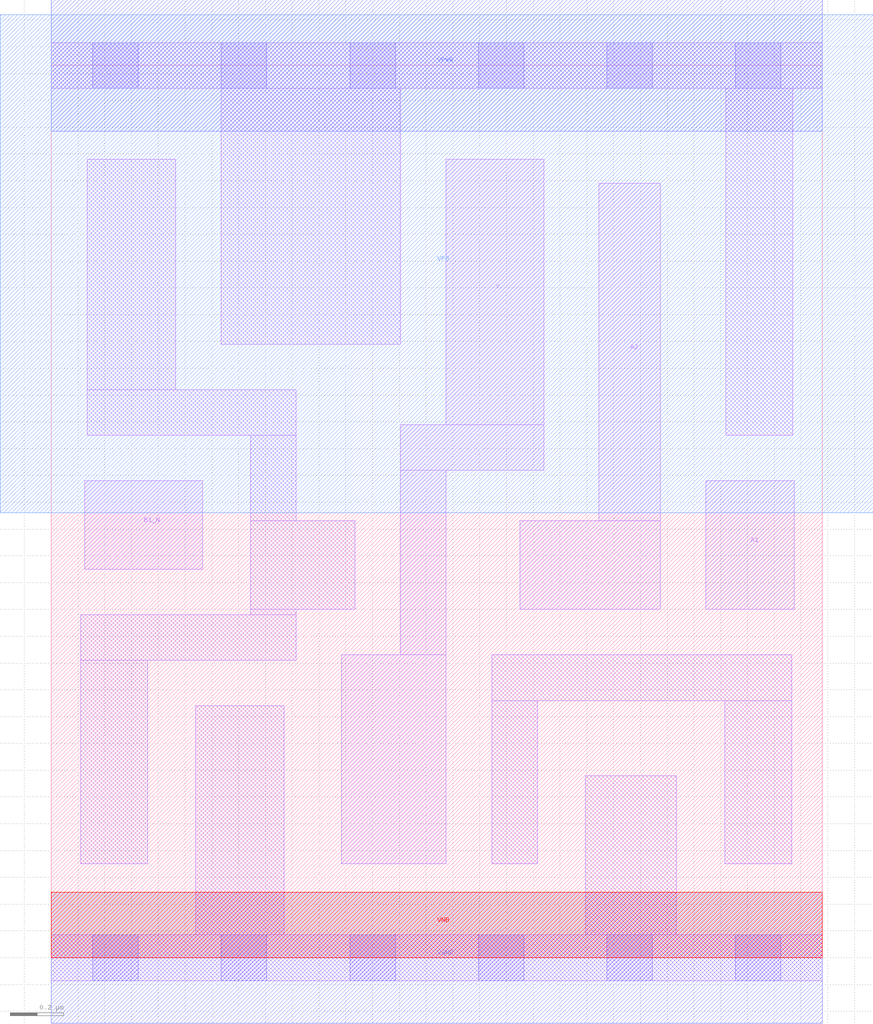
<source format=lef>
# Copyright 2020 The SkyWater PDK Authors
#
# Licensed under the Apache License, Version 2.0 (the "License");
# you may not use this file except in compliance with the License.
# You may obtain a copy of the License at
#
#     https://www.apache.org/licenses/LICENSE-2.0
#
# Unless required by applicable law or agreed to in writing, software
# distributed under the License is distributed on an "AS IS" BASIS,
# WITHOUT WARRANTIES OR CONDITIONS OF ANY KIND, either express or implied.
# See the License for the specific language governing permissions and
# limitations under the License.
#
# SPDX-License-Identifier: Apache-2.0

VERSION 5.7 ;
  NOWIREEXTENSIONATPIN ON ;
  DIVIDERCHAR "/" ;
  BUSBITCHARS "[]" ;
MACRO sky130_fd_sc_ls__o21bai_1
  CLASS CORE ;
  FOREIGN sky130_fd_sc_ls__o21bai_1 ;
  ORIGIN  0.000000  0.000000 ;
  SIZE  2.880000 BY  3.330000 ;
  SYMMETRY X Y ;
  SITE unit ;
  PIN A1
    ANTENNAGATEAREA  0.279000 ;
    DIRECTION INPUT ;
    USE SIGNAL ;
    PORT
      LAYER li1 ;
        RECT 2.445000 1.300000 2.775000 1.780000 ;
    END
  END A1
  PIN A2
    ANTENNAGATEAREA  0.279000 ;
    DIRECTION INPUT ;
    USE SIGNAL ;
    PORT
      LAYER li1 ;
        RECT 1.750000 1.300000 2.275000 1.630000 ;
        RECT 2.045000 1.630000 2.275000 2.890000 ;
    END
  END A2
  PIN B1_N
    ANTENNAGATEAREA  0.208500 ;
    DIRECTION INPUT ;
    USE SIGNAL ;
    PORT
      LAYER li1 ;
        RECT 0.125000 1.450000 0.565000 1.780000 ;
    END
  END B1_N
  PIN Y
    ANTENNADIFFAREA  0.543200 ;
    DIRECTION OUTPUT ;
    USE SIGNAL ;
    PORT
      LAYER li1 ;
        RECT 1.085000 0.350000 1.475000 1.130000 ;
        RECT 1.305000 1.130000 1.475000 1.820000 ;
        RECT 1.305000 1.820000 1.840000 1.990000 ;
        RECT 1.475000 1.990000 1.840000 2.980000 ;
    END
  END Y
  PIN VGND
    DIRECTION INOUT ;
    SHAPE ABUTMENT ;
    USE GROUND ;
    PORT
      LAYER met1 ;
        RECT 0.000000 -0.245000 2.880000 0.245000 ;
    END
  END VGND
  PIN VNB
    DIRECTION INOUT ;
    USE GROUND ;
    PORT
      LAYER pwell ;
        RECT 0.000000 0.000000 2.880000 0.245000 ;
    END
  END VNB
  PIN VPB
    DIRECTION INOUT ;
    USE POWER ;
    PORT
      LAYER nwell ;
        RECT -0.190000 1.660000 3.070000 3.520000 ;
    END
  END VPB
  PIN VPWR
    DIRECTION INOUT ;
    SHAPE ABUTMENT ;
    USE POWER ;
    PORT
      LAYER met1 ;
        RECT 0.000000 3.085000 2.880000 3.575000 ;
    END
  END VPWR
  OBS
    LAYER li1 ;
      RECT 0.000000 -0.085000 2.880000 0.085000 ;
      RECT 0.000000  3.245000 2.880000 3.415000 ;
      RECT 0.110000  0.350000 0.360000 1.110000 ;
      RECT 0.110000  1.110000 0.915000 1.280000 ;
      RECT 0.135000  1.950000 0.915000 2.120000 ;
      RECT 0.135000  2.120000 0.465000 2.980000 ;
      RECT 0.540000  0.085000 0.870000 0.940000 ;
      RECT 0.635000  2.290000 1.305000 3.245000 ;
      RECT 0.745000  1.280000 0.915000 1.300000 ;
      RECT 0.745000  1.300000 1.135000 1.630000 ;
      RECT 0.745000  1.630000 0.915000 1.950000 ;
      RECT 1.645000  0.350000 1.815000 0.960000 ;
      RECT 1.645000  0.960000 2.765000 1.130000 ;
      RECT 1.995000  0.085000 2.335000 0.680000 ;
      RECT 2.515000  0.350000 2.765000 0.960000 ;
      RECT 2.520000  1.950000 2.770000 3.245000 ;
    LAYER mcon ;
      RECT 0.155000 -0.085000 0.325000 0.085000 ;
      RECT 0.155000  3.245000 0.325000 3.415000 ;
      RECT 0.635000 -0.085000 0.805000 0.085000 ;
      RECT 0.635000  3.245000 0.805000 3.415000 ;
      RECT 1.115000 -0.085000 1.285000 0.085000 ;
      RECT 1.115000  3.245000 1.285000 3.415000 ;
      RECT 1.595000 -0.085000 1.765000 0.085000 ;
      RECT 1.595000  3.245000 1.765000 3.415000 ;
      RECT 2.075000 -0.085000 2.245000 0.085000 ;
      RECT 2.075000  3.245000 2.245000 3.415000 ;
      RECT 2.555000 -0.085000 2.725000 0.085000 ;
      RECT 2.555000  3.245000 2.725000 3.415000 ;
  END
END sky130_fd_sc_ls__o21bai_1
END LIBRARY

</source>
